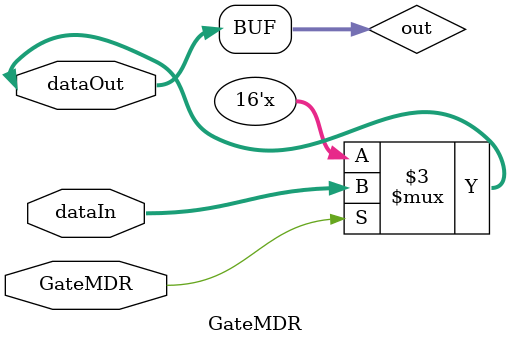
<source format=sv>
module GateMDR ( input logic GateMDR,
					  input logic [15:0]dataIn,
					  inout [15:0]dataOut);
					
//always_ff @ (posedge Clk)
logic [15:0] out;
					
//always_ff @ (posedge Clk)
always_comb
begin
	if (GateMDR)
		out <= dataIn;
	else
		out <= 16'bZZZZZZZZZZZZZZZZ;
end
assign dataOut = out;
endmodule
</source>
